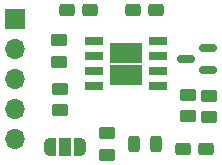
<source format=gbr>
%TF.GenerationSoftware,KiCad,Pcbnew,7.0.1-0*%
%TF.CreationDate,2023-04-25T00:20:10+03:00*%
%TF.ProjectId,power switch with delay,706f7765-7220-4737-9769-746368207769,rev?*%
%TF.SameCoordinates,Original*%
%TF.FileFunction,Soldermask,Top*%
%TF.FilePolarity,Negative*%
%FSLAX46Y46*%
G04 Gerber Fmt 4.6, Leading zero omitted, Abs format (unit mm)*
G04 Created by KiCad (PCBNEW 7.0.1-0) date 2023-04-25 00:20:10*
%MOMM*%
%LPD*%
G01*
G04 APERTURE LIST*
G04 Aperture macros list*
%AMRoundRect*
0 Rectangle with rounded corners*
0 $1 Rounding radius*
0 $2 $3 $4 $5 $6 $7 $8 $9 X,Y pos of 4 corners*
0 Add a 4 corners polygon primitive as box body*
4,1,4,$2,$3,$4,$5,$6,$7,$8,$9,$2,$3,0*
0 Add four circle primitives for the rounded corners*
1,1,$1+$1,$2,$3*
1,1,$1+$1,$4,$5*
1,1,$1+$1,$6,$7*
1,1,$1+$1,$8,$9*
0 Add four rect primitives between the rounded corners*
20,1,$1+$1,$2,$3,$4,$5,0*
20,1,$1+$1,$4,$5,$6,$7,0*
20,1,$1+$1,$6,$7,$8,$9,0*
20,1,$1+$1,$8,$9,$2,$3,0*%
%AMFreePoly0*
4,1,19,0.550000,-0.750000,0.000000,-0.750000,0.000000,-0.744911,-0.071157,-0.744911,-0.207708,-0.704816,-0.327430,-0.627875,-0.420627,-0.520320,-0.479746,-0.390866,-0.500000,-0.250000,-0.500000,0.250000,-0.479746,0.390866,-0.420627,0.520320,-0.327430,0.627875,-0.207708,0.704816,-0.071157,0.744911,0.000000,0.744911,0.000000,0.750000,0.550000,0.750000,0.550000,-0.750000,0.550000,-0.750000,
$1*%
%AMFreePoly1*
4,1,19,0.000000,0.744911,0.071157,0.744911,0.207708,0.704816,0.327430,0.627875,0.420627,0.520320,0.479746,0.390866,0.500000,0.250000,0.500000,-0.250000,0.479746,-0.390866,0.420627,-0.520320,0.327430,-0.627875,0.207708,-0.704816,0.071157,-0.744911,0.000000,-0.744911,0.000000,-0.750000,-0.550000,-0.750000,-0.550000,0.750000,0.000000,0.750000,0.000000,0.744911,0.000000,0.744911,
$1*%
G04 Aperture macros list end*
%ADD10RoundRect,0.250000X0.450000X-0.262500X0.450000X0.262500X-0.450000X0.262500X-0.450000X-0.262500X0*%
%ADD11R,1.500000X0.650000*%
%ADD12R,1.350000X1.800000*%
%ADD13FreePoly0,0.000000*%
%ADD14R,1.000000X1.500000*%
%ADD15FreePoly1,0.000000*%
%ADD16R,1.700000X1.700000*%
%ADD17O,1.700000X1.700000*%
%ADD18RoundRect,0.243750X0.243750X0.456250X-0.243750X0.456250X-0.243750X-0.456250X0.243750X-0.456250X0*%
%ADD19RoundRect,0.150000X0.587500X0.150000X-0.587500X0.150000X-0.587500X-0.150000X0.587500X-0.150000X0*%
%ADD20RoundRect,0.250000X-0.400000X-0.275000X0.400000X-0.275000X0.400000X0.275000X-0.400000X0.275000X0*%
G04 APERTURE END LIST*
D10*
%TO.C,R5*%
X129800000Y-97000000D03*
X129800000Y-98825000D03*
%TD*%
%TO.C,R4*%
X131600000Y-98912500D03*
X131600000Y-97087500D03*
%TD*%
%TO.C,R3*%
X123000000Y-102112500D03*
X123000000Y-100287500D03*
%TD*%
%TO.C,R2*%
X118912500Y-92375000D03*
X118912500Y-94200000D03*
%TD*%
%TO.C,R1*%
X119000000Y-96487500D03*
X119000000Y-98312500D03*
%TD*%
D11*
%TO.C,Q1*%
X121900000Y-92495000D03*
X121900000Y-93765000D03*
X121900000Y-95035000D03*
X121900000Y-96305000D03*
X127300000Y-96305000D03*
X127300000Y-95035000D03*
X127300000Y-93765000D03*
X127300000Y-92495000D03*
D12*
X125275000Y-93500000D03*
X125275000Y-95300000D03*
X123925000Y-93500000D03*
X123925000Y-95300000D03*
%TD*%
D13*
%TO.C,JP1*%
X118100000Y-101400000D03*
D14*
X119400000Y-101400000D03*
D15*
X120700000Y-101400000D03*
%TD*%
D16*
%TO.C,J1*%
X115200000Y-90600000D03*
D17*
X115200000Y-93140000D03*
X115200000Y-95680000D03*
X115200000Y-98220000D03*
X115200000Y-100760000D03*
%TD*%
D18*
%TO.C,D2*%
X127137500Y-101200000D03*
X125262500Y-101200000D03*
%TD*%
D19*
%TO.C,D1*%
X129662500Y-94000000D03*
X131537500Y-93050000D03*
X131537500Y-94950000D03*
%TD*%
D20*
%TO.C,C3*%
X129425000Y-101600000D03*
X131375000Y-101600000D03*
%TD*%
%TO.C,C2*%
X121550000Y-89800000D03*
X119600000Y-89800000D03*
%TD*%
%TO.C,C1*%
X127150000Y-89800000D03*
X125200000Y-89800000D03*
%TD*%
M02*

</source>
